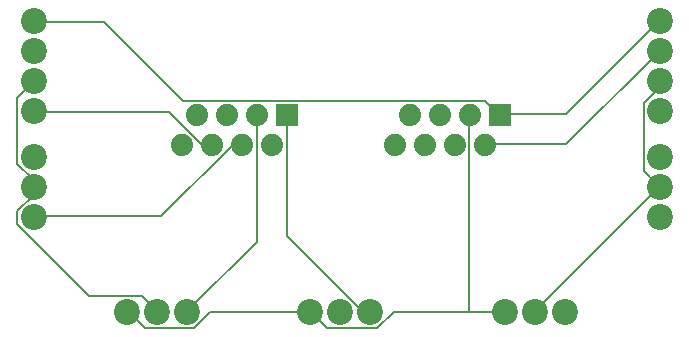
<source format=gbr>
G04 EAGLE Gerber RS-274X export*
G75*
%MOMM*%
%FSLAX34Y34*%
%LPD*%
%INTop Copper*%
%IPPOS*%
%AMOC8*
5,1,8,0,0,1.08239X$1,22.5*%
G01*
%ADD10C,1.879600*%
%ADD11R,1.879600X1.879600*%
%ADD12C,2.200000*%
%ADD13C,0.152400*%


D10*
X305550Y801100D03*
X318250Y826500D03*
X330950Y801100D03*
X356350Y801100D03*
X381750Y801100D03*
X343650Y826500D03*
X369050Y826500D03*
D11*
X394450Y826500D03*
D12*
X180000Y740000D03*
X180000Y765400D03*
X180000Y790800D03*
X710000Y740000D03*
X710000Y765400D03*
X710000Y790800D03*
X180000Y830000D03*
X180000Y855400D03*
X180000Y880800D03*
X180000Y906200D03*
X710000Y830000D03*
X710000Y855400D03*
X710000Y880800D03*
X710000Y906200D03*
D10*
X485550Y801100D03*
X498250Y826500D03*
X510950Y801100D03*
X536350Y801100D03*
X561750Y801100D03*
X523650Y826500D03*
X549050Y826500D03*
D11*
X574450Y826500D03*
D12*
X465000Y660000D03*
X439600Y660000D03*
X414200Y660000D03*
X630000Y660000D03*
X604600Y660000D03*
X579200Y660000D03*
X310000Y660000D03*
X284600Y660000D03*
X259200Y660000D03*
D13*
X574548Y827532D02*
X630936Y827532D01*
X708660Y905256D01*
X574548Y827532D02*
X574450Y826500D01*
X708660Y905256D02*
X710000Y906200D01*
X239268Y905256D02*
X181356Y905256D01*
X239268Y905256D02*
X306324Y838200D01*
X562356Y838200D01*
X573024Y827532D01*
X181356Y905256D02*
X180000Y906200D01*
X573024Y827532D02*
X574450Y826500D01*
X562356Y801624D02*
X630936Y801624D01*
X708660Y879348D01*
X562356Y801624D02*
X561750Y801100D01*
X708660Y879348D02*
X710000Y880800D01*
X413004Y659892D02*
X329184Y659892D01*
X315468Y646176D01*
X274320Y646176D01*
X260604Y659892D01*
X413004Y659892D02*
X414200Y660000D01*
X260604Y659892D02*
X259200Y660000D01*
X484632Y659892D02*
X548640Y659892D01*
X579120Y659892D01*
X484632Y659892D02*
X470916Y646176D01*
X428244Y646176D01*
X414528Y659892D01*
X579120Y659892D02*
X579200Y660000D01*
X414528Y659892D02*
X414200Y660000D01*
X548640Y659892D02*
X548640Y826008D01*
X549050Y826500D01*
X708660Y765048D02*
X605028Y661416D01*
X604600Y660000D01*
X708660Y765048D02*
X710000Y765400D01*
X708660Y848868D02*
X708660Y854964D01*
X708660Y848868D02*
X696468Y836676D01*
X696468Y778764D01*
X708660Y766572D01*
X708660Y854964D02*
X710000Y855400D01*
X708660Y766572D02*
X710000Y765400D01*
X179832Y766572D02*
X179832Y771144D01*
X166116Y784860D01*
X166116Y841248D01*
X179832Y854964D01*
X179832Y766572D02*
X180000Y765400D01*
X179832Y854964D02*
X180000Y855400D01*
X179832Y765048D02*
X179832Y758952D01*
X166116Y745236D01*
X166116Y734568D01*
X227076Y673608D01*
X271272Y673608D01*
X283464Y661416D01*
X179832Y765048D02*
X180000Y765400D01*
X283464Y661416D02*
X284600Y660000D01*
X321564Y801624D02*
X330708Y801624D01*
X321564Y801624D02*
X294132Y829056D01*
X181356Y829056D01*
X330708Y801624D02*
X330950Y801100D01*
X181356Y829056D02*
X180000Y830000D01*
X347472Y800100D02*
X355092Y800100D01*
X347472Y800100D02*
X288036Y740664D01*
X181356Y740664D01*
X355092Y800100D02*
X356350Y801100D01*
X181356Y740664D02*
X180000Y740000D01*
X394716Y723900D02*
X394716Y826008D01*
X394716Y723900D02*
X457200Y661416D01*
X464820Y661416D01*
X394716Y826008D02*
X394450Y826500D01*
X464820Y661416D02*
X465000Y660000D01*
X368808Y719328D02*
X368808Y826008D01*
X368808Y719328D02*
X310896Y661416D01*
X368808Y826008D02*
X369050Y826500D01*
X310896Y661416D02*
X310000Y660000D01*
M02*

</source>
